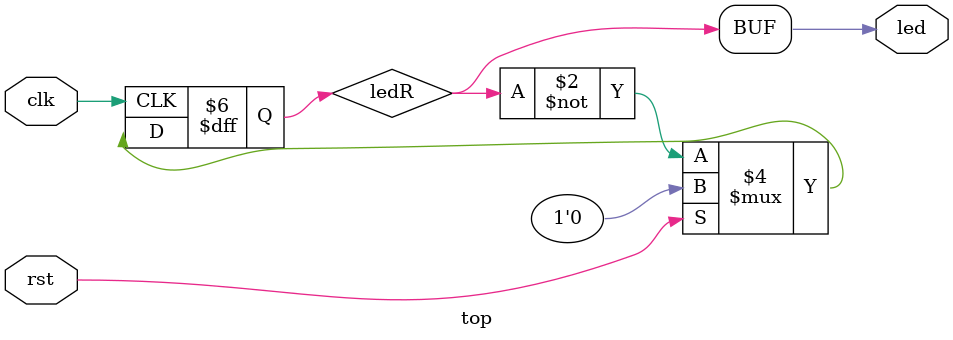
<source format=v>
module top (
    input clk ,
    input rst ,
    output led 
);  
    reg ledR ;

    assign led = ledR ;

    always @(posedge clk) begin
        if(rst)begin
            ledR <= 1'b0 ;
        end else begin
            ledR <= ~ledR ;
        end
    end

endmodule //top
</source>
